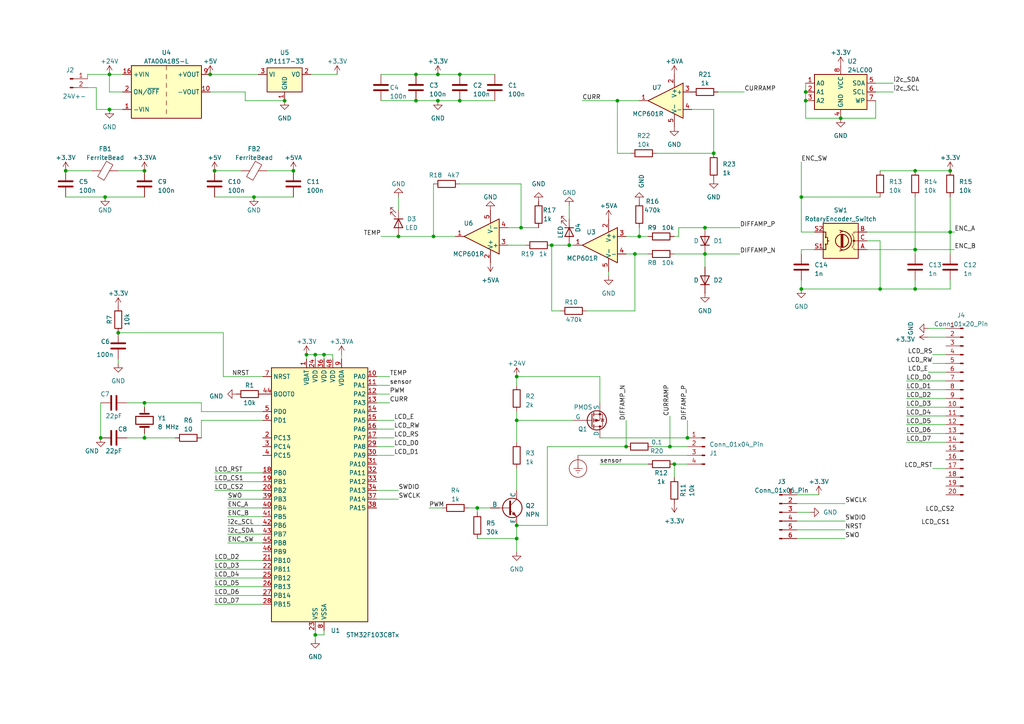
<source format=kicad_sch>
(kicad_sch (version 20230121) (generator eeschema)
  (paper "A4")
  (lib_symbols
    (symbol "Amplifier_Operational:MCP601R" (pin_names (offset 0.127))
      (property "Reference" "U" (at 0 5.08 0))
      (property "Value" "MCP601R" (at 0 -5.08 0))
      (symbol "MCP601R_0_1"
        (pin power_in line (at -2.54 7.62 270) (length 3.81) (name "V+") (number "2"))
        (pin power_in line (at -2.54 -7.62 90) (length 3.81) (name "V-") (number "5"))
      )
      (symbol "MCP601R_1_1"
        (pin output line (at 7.62 0 180) (length 2.54) (name "~") (number "1"))
        (pin input line (at -7.62 2.54 0) (length 2.54) (name "+") (number "3"))
        (pin input line (at -7.62 -2.54 0) (length 2.54) (name "-") (number "4"))
      )
    )
    (symbol "Connector:Conn_01x02_Pin" (pin_names (offset 1.016) hide)
      (property "Reference" "J" (at 0 2.54 0))
      (property "Value" "Conn_01x02_Pin" (at 0 -5.08 0))
      (symbol "Conn_01x02_Pin_1_1"
        (pin passive line (at 5.08 0 180) (length 3.81) (name "Pin_1") (number "1"))
        (pin passive line (at 5.08 -2.54 180) (length 3.81) (name "Pin_2") (number "2"))
      )
    )
    (symbol "Connector:Conn_01x04_Pin" (pin_names (offset 1.016) hide)
      (property "Reference" "J" (at 0 5.08 0))
      (property "Value" "Conn_01x04_Pin" (at 0 -7.62 0))
      (symbol "Conn_01x04_Pin_1_1"
        (pin passive line (at 5.08 2.54 180) (length 3.81) (name "Pin_1") (number "1"))
        (pin passive line (at 5.08 0 180) (length 3.81) (name "Pin_2") (number "2"))
        (pin passive line (at 5.08 -2.54 180) (length 3.81) (name "Pin_3") (number "3"))
        (pin passive line (at 5.08 -5.08 180) (length 3.81) (name "Pin_4") (number "4"))
      )
    )
    (symbol "Connector:Conn_01x06_Pin" (pin_names (offset 1.016) hide)
      (property "Reference" "J" (at 0 7.62 0))
      (property "Value" "Conn_01x06_Pin" (at 0 -10.16 0))
      (symbol "Conn_01x06_Pin_1_1"
        (pin passive line (at 5.08 5.08 180) (length 3.81) (name "Pin_1") (number "1"))
        (pin passive line (at 5.08 2.54 180) (length 3.81) (name "Pin_2") (number "2"))
        (pin passive line (at 5.08 0 180) (length 3.81) (name "Pin_3") (number "3"))
        (pin passive line (at 5.08 -2.54 180) (length 3.81) (name "Pin_4") (number "4"))
        (pin passive line (at 5.08 -5.08 180) (length 3.81) (name "Pin_5") (number "5"))
        (pin passive line (at 5.08 -7.62 180) (length 3.81) (name "Pin_6") (number "6"))
      )
    )
    (symbol "Connector:Conn_01x20_Pin" (pin_names (offset 1.016) hide)
      (property "Reference" "J" (at 0 25.4 0))
      (property "Value" "Conn_01x20_Pin" (at 0 -27.94 0))
      (symbol "Conn_01x20_Pin_1_1"
        (pin passive line (at 5.08 22.86 180) (length 3.81) (name "Pin_1") (number "1"))
        (pin passive line (at 5.08 0 180) (length 3.81) (name "Pin_10") (number "10"))
        (pin passive line (at 5.08 -2.54 180) (length 3.81) (name "Pin_11") (number "11"))
        (pin passive line (at 5.08 -5.08 180) (length 3.81) (name "Pin_12") (number "12"))
        (pin passive line (at 5.08 -7.62 180) (length 3.81) (name "Pin_13") (number "13"))
        (pin passive line (at 5.08 -10.16 180) (length 3.81) (name "Pin_14") (number "14"))
        (pin passive line (at 5.08 -12.7 180) (length 3.81) (name "Pin_15") (number "15"))
        (pin passive line (at 5.08 -15.24 180) (length 3.81) (name "Pin_16") (number "16"))
        (pin passive line (at 5.08 -17.78 180) (length 3.81) (name "Pin_17") (number "17"))
        (pin passive line (at 5.08 -20.32 180) (length 3.81) (name "Pin_18") (number "18"))
        (pin passive line (at 5.08 -22.86 180) (length 3.81) (name "Pin_19") (number "19"))
        (pin passive line (at 5.08 20.32 180) (length 3.81) (name "Pin_2") (number "2"))
        (pin passive line (at 5.08 -25.4 180) (length 3.81) (name "Pin_20") (number "20"))
        (pin passive line (at 5.08 17.78 180) (length 3.81) (name "Pin_3") (number "3"))
        (pin passive line (at 5.08 15.24 180) (length 3.81) (name "Pin_4") (number "4"))
        (pin passive line (at 5.08 12.7 180) (length 3.81) (name "Pin_5") (number "5"))
        (pin passive line (at 5.08 10.16 180) (length 3.81) (name "Pin_6") (number "6"))
        (pin passive line (at 5.08 7.62 180) (length 3.81) (name "Pin_7") (number "7"))
        (pin passive line (at 5.08 5.08 180) (length 3.81) (name "Pin_8") (number "8"))
        (pin passive line (at 5.08 2.54 180) (length 3.81) (name "Pin_9") (number "9"))
      )
    )
    (symbol "Converter_DCDC:ATA00A18S-L"
      (property "Reference" "U" (at 0 11.43 0))
      (property "Value" "ATA00A18S-L" (at 0 8.89 0))
      (symbol "ATA00A18S-L_1_1"
        (pin power_in line (at -12.7 -5.08 0) (length 2.54) (name "-VIN") (number "1"))
        (pin power_out line (at 12.7 0 180) (length 2.54) (name "-VOUT") (number "10"))
        (pin power_in line (at -12.7 5.08 0) (length 2.54) (name "+VIN") (number "16"))
        (pin input line (at -12.7 0 0) (length 2.54) (name "ON/~{OFF}") (number "2"))
        (pin no_connect line (at 10.16 -2.54 180) (length 2.54) hide (name "NC") (number "7"))
        (pin no_connect line (at 10.16 -5.08 180) (length 2.54) hide (name "NC") (number "8"))
        (pin power_out line (at 12.7 5.08 180) (length 2.54) (name "+VOUT") (number "9"))
      )
    )
    (symbol "Device:C" (pin_numbers hide) (pin_names (offset 0.254))
      (property "Reference" "C" (at 0.635 2.54 0))
      (property "Value" "C" (at 0.635 -2.54 0))
      (symbol "C_1_1"
        (pin passive line (at 0 3.81 270) (length 2.794) (name "~") (number "1"))
        (pin passive line (at 0 -3.81 90) (length 2.794) (name "~") (number "2"))
      )
    )
    (symbol "Device:Crystal" (pin_numbers hide) (pin_names (offset 1.016) hide)
      (property "Reference" "Y" (at 0 3.81 0))
      (property "Value" "Crystal" (at 0 -3.81 0))
      (symbol "Crystal_1_1"
        (pin passive line (at -3.81 0 0) (length 1.27) (name "1") (number "1"))
        (pin passive line (at 3.81 0 180) (length 1.27) (name "2") (number "2"))
      )
    )
    (symbol "Device:D" (pin_numbers hide) (pin_names (offset 1.016) hide)
      (property "Reference" "D" (at 0 2.54 0))
      (property "Value" "D" (at 0 -2.54 0))
      (symbol "D_1_1"
        (pin passive line (at -3.81 0 0) (length 2.54) (name "K") (number "1"))
        (pin passive line (at 3.81 0 180) (length 2.54) (name "A") (number "2"))
      )
    )
    (symbol "Device:FerriteBead" (pin_numbers hide) (pin_names (offset 0))
      (property "Reference" "FB" (at -3.81 0.635 90))
      (property "Value" "FerriteBead" (at 3.81 0 90))
      (symbol "FerriteBead_1_1"
        (pin passive line (at 0 3.81 270) (length 2.54) (name "~") (number "1"))
        (pin passive line (at 0 -3.81 90) (length 2.54) (name "~") (number "2"))
      )
    )
    (symbol "Device:LED" (pin_numbers hide) (pin_names (offset 1.016) hide)
      (property "Reference" "D" (at 0 2.54 0))
      (property "Value" "LED" (at 0 -2.54 0))
      (symbol "LED_1_1"
        (pin passive line (at -3.81 0 0) (length 2.54) (name "K") (number "1"))
        (pin passive line (at 3.81 0 180) (length 2.54) (name "A") (number "2"))
      )
    )
    (symbol "Device:R" (pin_numbers hide) (pin_names (offset 0))
      (property "Reference" "R" (at 2.032 0 90))
      (property "Value" "R" (at 0 0 90))
      (symbol "R_1_1"
        (pin passive line (at 0 3.81 270) (length 1.27) (name "~") (number "1"))
        (pin passive line (at 0 -3.81 90) (length 1.27) (name "~") (number "2"))
      )
    )
    (symbol "Device:RotaryEncoder_Switch" (pin_names (offset 0.254) hide)
      (property "Reference" "SW" (at 0 6.604 0))
      (property "Value" "RotaryEncoder_Switch" (at 0 -6.604 0))
      (symbol "RotaryEncoder_Switch_1_1"
        (pin passive line (at -7.62 2.54 0) (length 2.54) (name "A") (number "A"))
        (pin passive line (at -7.62 -2.54 0) (length 2.54) (name "B") (number "B"))
        (pin passive line (at -7.62 0 0) (length 2.54) (name "C") (number "C"))
        (pin passive line (at 7.62 2.54 180) (length 2.54) (name "S1") (number "S1"))
        (pin passive line (at 7.62 -2.54 180) (length 2.54) (name "S2") (number "S2"))
      )
    )
    (symbol "MCU_ST_STM32F1:STM32F103C8Tx"
      (property "Reference" "U" (at -12.7 39.37 0))
      (property "Value" "STM32F103C8Tx" (at 10.16 39.37 0))
      (symbol "STM32F103C8Tx_1_1"
        (pin power_in line (at -2.54 40.64 270) (length 2.54) (name "VBAT") (number "1"))
        (pin bidirectional line (at 17.78 35.56 180) (length 2.54) (name "PA0") (number "10"))
        (pin bidirectional line (at 17.78 33.02 180) (length 2.54) (name "PA1") (number "11"))
        (pin bidirectional line (at 17.78 30.48 180) (length 2.54) (name "PA2") (number "12"))
        (pin bidirectional line (at 17.78 27.94 180) (length 2.54) (name "PA3") (number "13"))
        (pin bidirectional line (at 17.78 25.4 180) (length 2.54) (name "PA4") (number "14"))
        (pin bidirectional line (at 17.78 22.86 180) (length 2.54) (name "PA5") (number "15"))
        (pin bidirectional line (at 17.78 20.32 180) (length 2.54) (name "PA6") (number "16"))
        (pin bidirectional line (at 17.78 17.78 180) (length 2.54) (name "PA7") (number "17"))
        (pin bidirectional line (at -15.24 7.62 0) (length 2.54) (name "PB0") (number "18"))
        (pin bidirectional line (at -15.24 5.08 0) (length 2.54) (name "PB1") (number "19"))
        (pin bidirectional line (at -15.24 17.78 0) (length 2.54) (name "PC13") (number "2"))
        (pin bidirectional line (at -15.24 2.54 0) (length 2.54) (name "PB2") (number "20"))
        (pin bidirectional line (at -15.24 -17.78 0) (length 2.54) (name "PB10") (number "21"))
        (pin bidirectional line (at -15.24 -20.32 0) (length 2.54) (name "PB11") (number "22"))
        (pin power_in line (at 0 -38.1 90) (length 2.54) (name "VSS") (number "23"))
        (pin power_in line (at 0 40.64 270) (length 2.54) (name "VDD") (number "24"))
        (pin bidirectional line (at -15.24 -22.86 0) (length 2.54) (name "PB12") (number "25"))
        (pin bidirectional line (at -15.24 -25.4 0) (length 2.54) (name "PB13") (number "26"))
        (pin bidirectional line (at -15.24 -27.94 0) (length 2.54) (name "PB14") (number "27"))
        (pin bidirectional line (at -15.24 -30.48 0) (length 2.54) (name "PB15") (number "28"))
        (pin bidirectional line (at 17.78 15.24 180) (length 2.54) (name "PA8") (number "29"))
        (pin bidirectional line (at -15.24 15.24 0) (length 2.54) (name "PC14") (number "3"))
        (pin bidirectional line (at 17.78 12.7 180) (length 2.54) (name "PA9") (number "30"))
        (pin bidirectional line (at 17.78 10.16 180) (length 2.54) (name "PA10") (number "31"))
        (pin bidirectional line (at 17.78 7.62 180) (length 2.54) (name "PA11") (number "32"))
        (pin bidirectional line (at 17.78 5.08 180) (length 2.54) (name "PA12") (number "33"))
        (pin bidirectional line (at 17.78 2.54 180) (length 2.54) (name "PA13") (number "34"))
        (pin passive line (at 0 -38.1 90) (length 2.54) hide (name "VSS") (number "35"))
        (pin power_in line (at 2.54 40.64 270) (length 2.54) (name "VDD") (number "36"))
        (pin bidirectional line (at 17.78 0 180) (length 2.54) (name "PA14") (number "37"))
        (pin bidirectional line (at 17.78 -2.54 180) (length 2.54) (name "PA15") (number "38"))
        (pin bidirectional line (at -15.24 0 0) (length 2.54) (name "PB3") (number "39"))
        (pin bidirectional line (at -15.24 12.7 0) (length 2.54) (name "PC15") (number "4"))
        (pin bidirectional line (at -15.24 -2.54 0) (length 2.54) (name "PB4") (number "40"))
        (pin bidirectional line (at -15.24 -5.08 0) (length 2.54) (name "PB5") (number "41"))
        (pin bidirectional line (at -15.24 -7.62 0) (length 2.54) (name "PB6") (number "42"))
        (pin bidirectional line (at -15.24 -10.16 0) (length 2.54) (name "PB7") (number "43"))
        (pin input line (at -15.24 30.48 0) (length 2.54) (name "BOOT0") (number "44"))
        (pin bidirectional line (at -15.24 -12.7 0) (length 2.54) (name "PB8") (number "45"))
        (pin bidirectional line (at -15.24 -15.24 0) (length 2.54) (name "PB9") (number "46"))
        (pin passive line (at 0 -38.1 90) (length 2.54) hide (name "VSS") (number "47"))
        (pin power_in line (at 5.08 40.64 270) (length 2.54) (name "VDD") (number "48"))
        (pin bidirectional line (at -15.24 25.4 0) (length 2.54) (name "PD0") (number "5"))
        (pin bidirectional line (at -15.24 22.86 0) (length 2.54) (name "PD1") (number "6"))
        (pin input line (at -15.24 35.56 0) (length 2.54) (name "NRST") (number "7"))
        (pin power_in line (at 2.54 -38.1 90) (length 2.54) (name "VSSA") (number "8"))
        (pin power_in line (at 7.62 40.64 270) (length 2.54) (name "VDDA") (number "9"))
      )
    )
    (symbol "Memory_EEPROM:24LC00"
      (property "Reference" "U" (at -6.35 6.35 0))
      (property "Value" "24LC00" (at 1.27 6.35 0))
      (symbol "24LC00_1_1"
        (pin input line (at -10.16 2.54 0) (length 2.54) (name "A0") (number "1"))
        (pin input line (at -10.16 0 0) (length 2.54) (name "A1") (number "2"))
        (pin input line (at -10.16 -2.54 0) (length 2.54) (name "A2") (number "3"))
        (pin power_in line (at 0 -7.62 90) (length 2.54) (name "GND") (number "4"))
        (pin bidirectional line (at 10.16 2.54 180) (length 2.54) (name "SDA") (number "5"))
        (pin input line (at 10.16 0 180) (length 2.54) (name "SCL") (number "6"))
        (pin input line (at 10.16 -2.54 180) (length 2.54) (name "WP") (number "7"))
        (pin power_in line (at 0 7.62 270) (length 2.54) (name "VCC") (number "8"))
      )
    )
    (symbol "Regulator_Linear:AP1117-33"
      (property "Reference" "U" (at -3.81 3.175 0))
      (property "Value" "AP1117-33" (at 0 3.175 0))
      (symbol "AP1117-33_1_1"
        (pin power_in line (at 0 -7.62 90) (length 2.54) (name "GND") (number "1"))
        (pin power_out line (at 7.62 0 180) (length 2.54) (name "VO") (number "2"))
        (pin power_in line (at -7.62 0 0) (length 2.54) (name "VI") (number "3"))
      )
    )
    (symbol "Simulation_SPICE:NPN" (pin_numbers hide) (pin_names (offset 0))
      (property "Reference" "Q" (at -2.54 7.62 0))
      (property "Value" "NPN" (at -2.54 5.08 0))
      (symbol "NPN_1_1"
        (pin open_collector line (at 2.54 5.08 270) (length 2.54) (name "C") (number "1"))
        (pin input line (at -5.08 0 0) (length 2.54) (name "B") (number "2"))
        (pin open_emitter line (at 2.54 -5.08 90) (length 2.54) (name "E") (number "3"))
      )
    )
    (symbol "Simulation_SPICE:PMOS" (pin_numbers hide) (pin_names (offset 0))
      (property "Reference" "Q" (at 5.08 1.27 0))
      (property "Value" "PMOS" (at 5.08 -1.27 0))
      (symbol "PMOS_1_1"
        (pin passive line (at 2.54 5.08 270) (length 2.54) (name "D") (number "1"))
        (pin input line (at -5.08 0 0) (length 2.54) (name "G") (number "2"))
        (pin passive line (at 2.54 -5.08 90) (length 2.54) (name "S") (number "3"))
      )
    )
    (symbol "power:+24V" (power) (pin_names (offset 0))
      (property "Value" "+24V" (at 0 3.556 0))
      (symbol "+24V_1_1"
        (pin power_in line (at 0 0 90) (length 0) hide (name "+24V") (number "1"))
      )
    )
    (symbol "power:+3.3V" (power) (pin_names (offset 0))
      (property "Value" "+3.3V" (at 0 3.556 0))
      (symbol "+3.3V_1_1"
        (pin power_in line (at 0 0 90) (length 0) hide (name "+3.3V") (number "1"))
      )
    )
    (symbol "power:+3.3VA" (power) (pin_names (offset 0))
      (property "Value" "+3.3VA" (at 0 3.556 0))
      (symbol "+3.3VA_1_1"
        (pin power_in line (at 0 0 90) (length 0) hide (name "+3.3VA") (number "1"))
      )
    )
    (symbol "power:+5V" (power) (pin_names (offset 0))
      (property "Value" "+5V" (at 0 3.556 0))
      (symbol "+5V_1_1"
        (pin power_in line (at 0 0 90) (length 0) hide (name "+5V") (number "1"))
      )
    )
    (symbol "power:+5VA" (power) (pin_names (offset 0))
      (property "Value" "+5VA" (at 0 3.556 0))
      (symbol "+5VA_1_1"
        (pin power_in line (at 0 0 90) (length 0) hide (name "+5VA") (number "1"))
      )
    )
    (symbol "power:Earth_Protective" (power) (pin_names (offset 0))
      (symbol "Earth_Protective_1_1"
        (pin power_in line (at 0 0 270) (length 0) hide (name "Earth_Protective") (number "1"))
      )
    )
    (symbol "power:GND" (power) (pin_names (offset 0))
      (property "Value" "GND" (at 0 -3.81 0))
      (symbol "GND_1_1"
        (pin power_in line (at 0 0 270) (length 0) hide (name "GND") (number "1"))
      )
    )
  )
  (junction (at 82.55 29.21))
  (junction (at 265.43 49.53))
  (junction (at 93.98 102.87))
  (junction (at 275.59 67.31))
  (junction (at 160.02 71.12))
  (junction (at 185.42 68.58))
  (junction (at 243.84 34.29))
  (junction (at 181.61 129.54))
  (junction (at 41.91 49.53))
  (junction (at 194.31 129.54))
  (junction (at 60.96 21.59))
  (junction (at 133.35 29.21))
  (junction (at 199.39 127))
  (junction (at 88.9 102.87))
  (junction (at 232.41 83.82))
  (junction (at 41.91 116.84))
  (junction (at 115.57 68.58))
  (junction (at 133.35 21.59))
  (junction (at 275.59 49.53))
  (junction (at 255.27 83.82))
  (junction (at 91.44 184.15))
  (junction (at 120.65 29.21))
  (junction (at 179.07 29.21))
  (junction (at 29.21 127))
  (junction (at 91.44 102.87))
  (junction (at 19.05 49.53))
  (junction (at 34.29 96.52))
  (junction (at 30.48 57.15))
  (junction (at 265.43 83.82))
  (junction (at 125.73 68.58))
  (junction (at 195.58 134.62))
  (junction (at 62.23 49.53))
  (junction (at 85.09 49.53))
  (junction (at 151.13 66.04))
  (junction (at 149.86 152.4))
  (junction (at 165.1 71.12))
  (junction (at 204.47 73.66))
  (junction (at 41.91 127))
  (junction (at 207.01 44.45))
  (junction (at 31.75 31.75))
  (junction (at 233.68 26.67))
  (junction (at 73.66 57.15))
  (junction (at 265.43 72.39))
  (junction (at 233.68 29.21))
  (junction (at 138.43 147.32))
  (junction (at 149.86 156.21))
  (junction (at 127 21.59))
  (junction (at 232.41 57.15))
  (junction (at 127 29.21))
  (junction (at 149.86 121.92))
  (junction (at 31.75 21.59))
  (junction (at 120.65 21.59))
  (junction (at 184.15 73.66))
  (junction (at 149.86 109.22))
  (junction (at 204.47 66.04))
  (wire (pts (xy 184.15 73.66) (xy 184.15 90.17)))
  (wire (pts (xy 93.98 102.87) (xy 96.52 102.87)))
  (wire (pts (xy 115.57 68.58) (xy 125.73 68.58)))
  (wire (pts (xy 58.42 121.92) (xy 58.42 127)))
  (wire (pts (xy 109.22 109.22) (xy 113.03 109.22)))
  (wire (pts (xy 91.44 184.15) (xy 91.44 182.88)))
  (wire (pts (xy 231.14 143.51) (xy 237.49 143.51)))
  (wire (pts (xy 36.83 116.84) (xy 41.91 116.84)))
  (wire (pts (xy 262.89 110.49) (xy 274.32 110.49)))
  (wire (pts (xy 270.51 105.41) (xy 274.32 105.41)))
  (wire (pts (xy 34.29 104.14) (xy 34.29 105.41)))
  (wire (pts (xy 19.05 49.53) (xy 26.67 49.53)))
  (wire (pts (xy 109.22 114.3) (xy 113.03 114.3)))
  (wire (pts (xy 232.41 83.82) (xy 255.27 83.82)))
  (wire (pts (xy 251.46 67.31) (xy 275.59 67.31)))
  (wire (pts (xy 233.68 34.29) (xy 243.84 34.29)))
  (wire (pts (xy 127 29.21) (xy 133.35 29.21)))
  (wire (pts (xy 64.77 109.22) (xy 76.2 109.22)))
  (wire (pts (xy 251.46 69.85) (xy 255.27 69.85)))
  (wire (pts (xy 62.23 57.15) (xy 73.66 57.15)))
  (wire (pts (xy 173.99 127) (xy 199.39 127)))
  (wire (pts (xy 58.42 121.92) (xy 76.2 121.92)))
  (wire (pts (xy 149.86 121.92) (xy 166.37 121.92)))
  (wire (pts (xy 34.29 49.53) (xy 41.91 49.53)))
  (wire (pts (xy 62.23 170.18) (xy 76.2 170.18)))
  (wire (pts (xy 91.44 102.87) (xy 91.44 104.14)))
  (wire (pts (xy 231.14 151.13) (xy 245.11 151.13)))
  (wire (pts (xy 149.86 152.4) (xy 158.75 152.4)))
  (wire (pts (xy 265.43 72.39) (xy 276.86 72.39)))
  (wire (pts (xy 184.15 73.66) (xy 187.96 73.66)))
  (wire (pts (xy 231.14 153.67) (xy 245.11 153.67)))
  (wire (pts (xy 120.65 29.21) (xy 127 29.21)))
  (wire (pts (xy 138.43 156.21) (xy 149.86 156.21)))
  (wire (pts (xy 66.04 154.94) (xy 76.2 154.94)))
  (wire (pts (xy 125.73 68.58) (xy 125.73 53.34)))
  (wire (pts (xy 149.86 156.21) (xy 149.86 160.02)))
  (wire (pts (xy 231.14 148.59) (xy 234.95 148.59)))
  (wire (pts (xy 232.41 72.39) (xy 232.41 73.66)))
  (wire (pts (xy 204.47 66.04) (xy 196.85 66.04)))
  (wire (pts (xy 162.56 90.17) (xy 160.02 90.17)))
  (wire (pts (xy 88.9 104.14) (xy 88.9 102.87)))
  (wire (pts (xy 25.4 25.4) (xy 27.94 25.4)))
  (wire (pts (xy 204.47 77.47) (xy 204.47 73.66)))
  (wire (pts (xy 195.58 134.62) (xy 199.39 134.62)))
  (wire (pts (xy 232.41 46.99) (xy 232.41 57.15)))
  (wire (pts (xy 138.43 147.32) (xy 142.24 147.32)))
  (wire (pts (xy 91.44 184.15) (xy 93.98 184.15)))
  (wire (pts (xy 41.91 125.73) (xy 41.91 127)))
  (wire (pts (xy 93.98 102.87) (xy 93.98 104.14)))
  (wire (pts (xy 255.27 83.82) (xy 265.43 83.82)))
  (wire (pts (xy 25.4 21.59) (xy 25.4 22.86)))
  (wire (pts (xy 194.31 129.54) (xy 199.39 129.54)))
  (wire (pts (xy 109.22 129.54) (xy 114.3 129.54)))
  (wire (pts (xy 62.23 139.7) (xy 76.2 139.7)))
  (wire (pts (xy 31.75 26.67) (xy 35.56 26.67)))
  (wire (pts (xy 109.22 121.92) (xy 114.3 121.92)))
  (wire (pts (xy 149.86 119.38) (xy 149.86 121.92)))
  (wire (pts (xy 151.13 66.04) (xy 156.21 66.04)))
  (wire (pts (xy 66.04 144.78) (xy 76.2 144.78)))
  (wire (pts (xy 133.35 53.34) (xy 151.13 53.34)))
  (wire (pts (xy 62.23 165.1) (xy 76.2 165.1)))
  (wire (pts (xy 109.22 132.08) (xy 114.3 132.08)))
  (wire (pts (xy 270.51 102.87) (xy 274.32 102.87)))
  (wire (pts (xy 181.61 121.92) (xy 181.61 129.54)))
  (wire (pts (xy 109.22 142.24) (xy 115.57 142.24)))
  (wire (pts (xy 96.52 102.87) (xy 96.52 104.14)))
  (wire (pts (xy 208.28 26.67) (xy 215.9 26.67)))
  (wire (pts (xy 233.68 29.21) (xy 233.68 34.29)))
  (wire (pts (xy 200.66 31.75) (xy 207.01 31.75)))
  (wire (pts (xy 262.89 115.57) (xy 274.32 115.57)))
  (wire (pts (xy 27.94 25.4) (xy 27.94 31.75)))
  (wire (pts (xy 189.23 129.54) (xy 194.31 129.54)))
  (wire (pts (xy 275.59 83.82) (xy 275.59 81.28)))
  (wire (pts (xy 173.99 116.84) (xy 173.99 109.22)))
  (wire (pts (xy 62.23 137.16) (xy 76.2 137.16)))
  (wire (pts (xy 190.5 44.45) (xy 207.01 44.45)))
  (wire (pts (xy 185.42 68.58) (xy 185.42 66.04)))
  (wire (pts (xy 27.94 31.75) (xy 31.75 31.75)))
  (wire (pts (xy 62.23 49.53) (xy 69.85 49.53)))
  (wire (pts (xy 265.43 57.15) (xy 265.43 72.39)))
  (wire (pts (xy 165.1 71.12) (xy 166.37 71.12)))
  (wire (pts (xy 254 29.21) (xy 254 34.29)))
  (wire (pts (xy 262.89 128.27) (xy 274.32 128.27)))
  (wire (pts (xy 160.02 90.17) (xy 160.02 71.12)))
  (wire (pts (xy 251.46 72.39) (xy 265.43 72.39)))
  (wire (pts (xy 31.75 21.59) (xy 31.75 26.67)))
  (wire (pts (xy 262.89 125.73) (xy 274.32 125.73)))
  (wire (pts (xy 236.22 72.39) (xy 232.41 72.39)))
  (wire (pts (xy 109.22 144.78) (xy 115.57 144.78)))
  (wire (pts (xy 275.59 67.31) (xy 275.59 73.66)))
  (wire (pts (xy 170.18 90.17) (xy 184.15 90.17)))
  (wire (pts (xy 207.01 44.45) (xy 207.01 31.75)))
  (wire (pts (xy 232.41 67.31) (xy 236.22 67.31)))
  (wire (pts (xy 133.35 21.59) (xy 143.51 21.59)))
  (wire (pts (xy 265.43 83.82) (xy 275.59 83.82)))
  (wire (pts (xy 133.35 29.21) (xy 143.51 29.21)))
  (wire (pts (xy 147.32 66.04) (xy 151.13 66.04)))
  (wire (pts (xy 73.66 57.15) (xy 85.09 57.15)))
  (wire (pts (xy 254 24.13) (xy 259.08 24.13)))
  (wire (pts (xy 254 26.67) (xy 259.08 26.67)))
  (wire (pts (xy 91.44 102.87) (xy 93.98 102.87)))
  (wire (pts (xy 135.89 147.32) (xy 138.43 147.32)))
  (wire (pts (xy 149.86 111.76) (xy 149.86 109.22)))
  (wire (pts (xy 275.59 67.31) (xy 276.86 67.31)))
  (wire (pts (xy 194.31 120.65) (xy 194.31 129.54)))
  (wire (pts (xy 64.77 96.52) (xy 64.77 109.22)))
  (wire (pts (xy 195.58 73.66) (xy 204.47 73.66)))
  (wire (pts (xy 109.22 111.76) (xy 113.03 111.76)))
  (wire (pts (xy 62.23 175.26) (xy 76.2 175.26)))
  (wire (pts (xy 35.56 21.59) (xy 31.75 21.59)))
  (wire (pts (xy 147.32 71.12) (xy 152.4 71.12)))
  (wire (pts (xy 71.12 29.21) (xy 82.55 29.21)))
  (wire (pts (xy 124.46 147.32) (xy 128.27 147.32)))
  (wire (pts (xy 110.49 21.59) (xy 120.65 21.59)))
  (wire (pts (xy 182.88 44.45) (xy 179.07 44.45)))
  (wire (pts (xy 255.27 69.85) (xy 255.27 83.82)))
  (wire (pts (xy 115.57 57.15) (xy 115.57 60.96)))
  (wire (pts (xy 62.23 172.72) (xy 76.2 172.72)))
  (wire (pts (xy 274.32 95.25) (xy 269.24 95.25)))
  (wire (pts (xy 185.42 68.58) (xy 187.96 68.58)))
  (wire (pts (xy 275.59 57.15) (xy 275.59 67.31)))
  (wire (pts (xy 66.04 149.86) (xy 76.2 149.86)))
  (wire (pts (xy 66.04 147.32) (xy 76.2 147.32)))
  (wire (pts (xy 270.51 135.89) (xy 274.32 135.89)))
  (wire (pts (xy 41.91 127) (xy 50.8 127)))
  (wire (pts (xy 97.79 21.59) (xy 90.17 21.59)))
  (wire (pts (xy 181.61 68.58) (xy 185.42 68.58)))
  (wire (pts (xy 41.91 116.84) (xy 58.42 116.84)))
  (wire (pts (xy 168.91 29.21) (xy 179.07 29.21)))
  (wire (pts (xy 66.04 152.4) (xy 76.2 152.4)))
  (wire (pts (xy 31.75 21.59) (xy 25.4 21.59)))
  (wire (pts (xy 176.53 80.01) (xy 176.53 78.74)))
  (wire (pts (xy 110.49 68.58) (xy 115.57 68.58)))
  (wire (pts (xy 165.1 59.69) (xy 165.1 63.5)))
  (wire (pts (xy 109.22 127) (xy 114.3 127)))
  (wire (pts (xy 179.07 44.45) (xy 179.07 29.21)))
  (wire (pts (xy 179.07 29.21) (xy 185.42 29.21)))
  (wire (pts (xy 93.98 184.15) (xy 93.98 182.88)))
  (wire (pts (xy 66.04 157.48) (xy 76.2 157.48)))
  (wire (pts (xy 125.73 68.58) (xy 132.08 68.58)))
  (wire (pts (xy 58.42 116.84) (xy 58.42 119.38)))
  (wire (pts (xy 149.86 135.89) (xy 149.86 142.24)))
  (wire (pts (xy 36.83 127) (xy 41.91 127)))
  (wire (pts (xy 30.48 57.15) (xy 41.91 57.15)))
  (wire (pts (xy 62.23 142.24) (xy 76.2 142.24)))
  (wire (pts (xy 60.96 26.67) (xy 71.12 26.67)))
  (wire (pts (xy 245.11 156.21) (xy 231.14 156.21)))
  (wire (pts (xy 196.85 66.04) (xy 196.85 68.58)))
  (wire (pts (xy 34.29 96.52) (xy 64.77 96.52)))
  (wire (pts (xy 110.49 29.21) (xy 120.65 29.21)))
  (wire (pts (xy 109.22 124.46) (xy 114.3 124.46)))
  (wire (pts (xy 269.24 97.79) (xy 274.32 97.79)))
  (wire (pts (xy 160.02 71.12) (xy 165.1 71.12)))
  (wire (pts (xy 232.41 81.28) (xy 232.41 83.82)))
  (wire (pts (xy 91.44 185.42) (xy 91.44 184.15)))
  (wire (pts (xy 255.27 49.53) (xy 265.43 49.53)))
  (wire (pts (xy 149.86 121.92) (xy 149.86 128.27)))
  (wire (pts (xy 233.68 24.13) (xy 233.68 26.67)))
  (wire (pts (xy 19.05 57.15) (xy 30.48 57.15)))
  (wire (pts (xy 31.75 31.75) (xy 35.56 31.75)))
  (wire (pts (xy 138.43 147.32) (xy 138.43 148.59)))
  (wire (pts (xy 151.13 66.04) (xy 151.13 53.34)))
  (wire (pts (xy 265.43 81.28) (xy 265.43 83.82)))
  (wire (pts (xy 109.22 116.84) (xy 113.03 116.84)))
  (wire (pts (xy 262.89 123.19) (xy 274.32 123.19)))
  (wire (pts (xy 204.47 73.66) (xy 214.63 73.66)))
  (wire (pts (xy 127 21.59) (xy 133.35 21.59)))
  (wire (pts (xy 254 34.29) (xy 243.84 34.29)))
  (wire (pts (xy 199.39 121.92) (xy 199.39 127)))
  (wire (pts (xy 196.85 68.58) (xy 195.58 68.58)))
  (wire (pts (xy 149.86 109.22) (xy 173.99 109.22)))
  (wire (pts (xy 204.47 66.04) (xy 214.63 66.04)))
  (wire (pts (xy 265.43 49.53) (xy 275.59 49.53)))
  (wire (pts (xy 60.96 21.59) (xy 74.93 21.59)))
  (wire (pts (xy 41.91 116.84) (xy 41.91 118.11)))
  (wire (pts (xy 262.89 120.65) (xy 274.32 120.65)))
  (wire (pts (xy 158.75 129.54) (xy 181.61 129.54)))
  (wire (pts (xy 77.47 49.53) (xy 85.09 49.53)))
  (wire (pts (xy 269.24 107.95) (xy 274.32 107.95)))
  (wire (pts (xy 58.42 119.38) (xy 76.2 119.38)))
  (wire (pts (xy 181.61 73.66) (xy 184.15 73.66)))
  (wire (pts (xy 167.64 132.08) (xy 199.39 132.08)))
  (wire (pts (xy 62.23 167.64) (xy 76.2 167.64)))
  (wire (pts (xy 231.14 146.05) (xy 245.11 146.05)))
  (wire (pts (xy 158.75 152.4) (xy 158.75 129.54)))
  (wire (pts (xy 149.86 152.4) (xy 149.86 156.21)))
  (wire (pts (xy 232.41 57.15) (xy 232.41 67.31)))
  (wire (pts (xy 232.41 57.15) (xy 255.27 57.15)))
  (wire (pts (xy 233.68 26.67) (xy 233.68 29.21)))
  (wire (pts (xy 262.89 113.03) (xy 274.32 113.03)))
  (wire (pts (xy 88.9 102.87) (xy 91.44 102.87)))
  (wire (pts (xy 173.99 134.62) (xy 187.96 134.62)))
  (wire (pts (xy 265.43 73.66) (xy 265.43 72.39)))
  (wire (pts (xy 120.65 21.59) (xy 127 21.59)))
  (wire (pts (xy 29.21 116.84) (xy 29.21 127)))
  (wire (pts (xy 262.89 118.11) (xy 274.32 118.11)))
  (wire (pts (xy 195.58 138.43) (xy 195.58 134.62)))
  (wire (pts (xy 71.12 26.67) (xy 71.12 29.21)))
  (wire (pts (xy 62.23 162.56) (xy 76.2 162.56)))
  (wire (pts (xy 99.06 102.87) (xy 99.06 104.14)))
  (label "ENC_SW" (at 66.04 157.48 0))
  (label "LCD_D1" (at 114.3 132.08 0))
  (label "ENC_A" (at 276.86 67.31 0))
  (label "LCD_D6" (at 262.89 125.73 0))
  (label "LCD_D6" (at 62.23 172.72 0))
  (label "CURRAMP" (at 215.9 26.67 0))
  (label "sensor" (at 113.03 111.76 0))
  (label "LCD_D2" (at 262.89 115.57 0))
  (label "CURRAMP" (at 194.31 120.65 90))
  (label "DIFFAMP_N" (at 181.61 121.92 90))
  (label "DIFFAMP_P" (at 199.39 121.92 90))
  (label "PWM" (at 124.46 147.32 0))
  (label "LCD_E" (at 114.3 121.92 0))
  (label "LCD_D3" (at 262.89 118.11 0))
  (label "LCD_D7" (at 62.23 175.26 0))
  (label "LCD_RST" (at 270.51 135.89 180))
  (label "LCD_D4" (at 62.23 167.64 0))
  (label "ENC_A" (at 66.04 147.32 0))
  (label "LCD_CS2" (at 62.23 142.24 0))
  (label "i2c_SDA" (at 259.08 24.13 0))
  (label "CURR" (at 113.03 116.84 0))
  (label "LCD_D4" (at 262.89 120.65 0))
  (label "LCD_CS2" (at 276.86 148.59 180))
  (label "LCD_CS1" (at 62.23 139.7 0))
  (label "LCD_D0" (at 262.89 110.49 0))
  (label "LCD_D1" (at 262.89 113.03 0))
  (label "sensor" (at 173.99 134.62 0))
  (label "TEMP" (at 113.03 109.22 0))
  (label "LCD_D3" (at 62.23 165.1 0))
  (label "TEMP" (at 110.49 68.58 180))
  (label "i2c_SDA" (at 66.04 154.94 0))
  (label "SWDIO" (at 245.11 151.13 0))
  (label "i2c_SCL" (at 259.08 26.67 0))
  (label "LCD_RS" (at 114.3 127 0))
  (label "LCD_RS" (at 270.51 102.87 180))
  (label "CURR" (at 168.91 29.21 0))
  (label "LCD_RW" (at 270.51 105.41 180))
  (label "ENC_B" (at 276.86 72.39 0))
  (label "SWCLK" (at 245.11 146.05 0))
  (label "SWO" (at 66.04 144.78 0))
  (label "LCD_D5" (at 62.23 170.18 0))
  (label "LCD_D2" (at 62.23 162.56 0))
  (label "LCD_RW" (at 114.3 124.46 0))
  (label "LCD_CS1" (at 275.59 152.4 180))
  (label "LCD_D0" (at 114.3 129.54 0))
  (label "LCD_D5" (at 262.89 123.19 0))
  (label "LCD_E" (at 269.24 107.95 180))
  (label "ENC_B" (at 66.04 149.86 0))
  (label "SWO" (at 245.11 156.21 0))
  (label "NRST" (at 67.31 109.22 0))
  (label "LCD_D7" (at 262.89 128.27 0))
  (label "DIFFAMP_N" (at 214.63 73.66 0))
  (label "DIFFAMP_P" (at 214.63 66.04 0))
  (label "SWCLK" (at 115.57 144.78 0))
  (label "LCD_RST" (at 62.23 137.16 0))
  (label "i2c_SCL" (at 66.04 152.4 0))
  (label "NRST" (at 245.11 153.67 0))
  (label "SWDIO" (at 115.57 142.24 0))
  (label "ENC_SW" (at 232.41 46.99 0))
  (label "PWM" (at 113.03 114.3 0))
  (symbol (lib_id "power:GND") (at 176.53 80.01 0) (unit 1)
    (property "Reference" "#PWR034" (effects hide))
    (property "Value" "GND" (at 176.53 85.09 0))
  )
  (symbol (lib_id "Device:R") (at 185.42 62.23 180) (unit 1)
    (property "Reference" "R16" (at 189.23 58.42 0))
    (property "Value" "470k" (at 189.23 60.96 0))
  )
  (symbol (lib_id "Device:R") (at 191.77 134.62 90) (unit 1)
    (property "Reference" "R12" (at 191.77 137.16 90))
    (property "Value" "1k" (at 191.77 139.7 90))
  )
  (symbol (lib_id "power:GND") (at 82.55 29.21 0) (unit 1)
    (property "Reference" "#PWR024" (effects hide))
    (property "Value" "GND" (at 82.55 34.29 0))
  )
  (symbol (lib_id "Amplifier_Operational:MCP601R") (at 173.99 71.12 0) (mirror y) (unit 1)
    (property "Reference" "U3" (at 171.45 67.31 0))
    (property "Value" "MCP601R" (at 168.91 74.93 0))
    (property "Footprint" "Package_TO_SOT_SMD:SOT-23-5" (effects hide))
    (property "Datasheet" "http://ww1.microchip.com/downloads/en/DeviceDoc/21314g.pdf" (effects hide))
  )
  (symbol (lib_id "Device:R") (at 72.39 114.3 90) (unit 1)
    (property "Reference" "R1" (at 72.39 111.76 90))
    (property "Value" "10k" (at 72.39 116.84 90))
  )
  (symbol (lib_id "power:+5V") (at 62.23 49.53 0) (unit 1)
    (property "Reference" "#PWR020" (effects hide))
    (property "Value" "+5V" (at 62.23 45.72 0))
  )
  (symbol (lib_id "Device:R") (at 265.43 53.34 0) (unit 1)
    (property "Reference" "R14" (at 267.97 52.705 0) (effects (justify left)))
    (property "Value" "10k" (at 267.97 55.245 0) (effects (justify left)))
  )
  (symbol (lib_id "Device:R") (at 204.47 26.67 90) (unit 1)
    (property "Reference" "R21" (at 204.47 21.59 90))
    (property "Value" "1k" (at 204.47 24.13 90))
  )
  (symbol (lib_id "Device:R") (at 129.54 53.34 90) (unit 1)
    (property "Reference" "R18" (at 128.27 50.8 90) (effects (justify left)))
    (property "Value" "4k7" (at 133.35 50.8 90) (effects (justify left)))
  )
  (symbol (lib_id "Device:R") (at 275.59 53.34 0) (unit 1)
    (property "Reference" "R15" (at 278.13 52.705 0) (effects (justify left)))
    (property "Value" "10k" (at 278.13 55.245 0) (effects (justify left)))
  )
  (symbol (lib_id "power:GND") (at 29.21 127 0) (unit 1)
    (property "Reference" "#PWR06" (effects hide))
    (property "Value" "GND" (at 26.67 130.81 0))
  )
  (symbol (lib_id "power:GND") (at 234.95 148.59 90) (unit 1)
    (property "Reference" "#PWR030" (effects hide))
    (property "Value" "GND" (at 238.76 148.59 90) (effects (justify right)))
  )
  (symbol (lib_id "power:GND") (at 68.58 114.3 270) (unit 1)
    (property "Reference" "#PWR012" (effects hide))
    (property "Value" "GND" (at 64.77 114.935 90) (effects (justify right)))
  )
  (symbol (lib_id "power:GND") (at 207.01 52.07 0) (unit 1)
    (property "Reference" "#PWR044" (effects hide))
    (property "Value" "GND" (at 207.01 57.15 0))
  )
  (symbol (lib_id "power:GND") (at 165.1 59.69 180) (unit 1)
    (property "Reference" "#PWR039" (effects hide))
    (property "Value" "GND" (at 165.1 55.88 0))
  )
  (symbol (lib_id "power:+3.3V") (at 88.9 102.87 0) (unit 1)
    (property "Reference" "#PWR07" (effects hide))
    (property "Value" "+3.3V" (at 88.9 99.06 0))
  )
  (symbol (lib_id "Connector:Conn_01x20_Pin") (at 279.4 118.11 0) (mirror y) (unit 1)
    (property "Reference" "J4" (at 278.765 91.44 0))
    (property "Value" "Conn_01x20_Pin" (at 278.765 93.98 0))
  )
  (symbol (lib_id "power:+5VA") (at 85.09 49.53 0) (unit 1)
    (property "Reference" "#PWR027" (effects hide))
    (property "Value" "+5VA" (at 85.09 45.72 0))
  )
  (symbol (lib_id "Amplifier_Operational:MCP601R") (at 193.04 29.21 0) (mirror y) (unit 1)
    (property "Reference" "U7" (at 190.5 25.4 0))
    (property "Value" "MCP601R" (at 187.96 33.02 0))
    (property "Footprint" "Package_TO_SOT_SMD:SOT-23-5" (effects hide))
    (property "Datasheet" "http://ww1.microchip.com/downloads/en/DeviceDoc/21314g.pdf" (effects hide))
  )
  (symbol (lib_id "MCU_ST_STM32F1:STM32F103C8Tx") (at 91.44 144.78 0) (unit 1)
    (property "Reference" "U1" (at 95.9359 182.88 0) (effects (justify left)))
    (property "Value" "STM32F103C8Tx" (at 100.33 184.15 0) (effects (justify left)))
    (property "Footprint" "Package_QFP:LQFP-48_7x7mm_P0.5mm" (effects hide))
    (property "Datasheet" "https://www.st.com/resource/en/datasheet/stm32f103c8.pdf" (effects hide))
  )
  (symbol (lib_id "Device:C") (at 19.05 53.34 0) (unit 1)
    (property "Reference" "C5" (at 22.86 52.705 0) (effects (justify left)))
    (property "Value" "100n" (at 22.86 55.245 0) (effects (justify left)))
  )
  (symbol (lib_id "power:+5VA") (at 142.24 76.2 180) (unit 1)
    (property "Reference" "#PWR041" (effects hide))
    (property "Value" "+5VA" (at 142.24 81.28 0))
  )
  (symbol (lib_id "power:GND") (at 142.24 60.96 180) (unit 1)
    (property "Reference" "#PWR040" (effects hide))
    (property "Value" "GND" (at 142.24 57.15 0))
  )
  (symbol (lib_id "Device:C") (at 133.35 25.4 0) (unit 1)
    (property "Reference" "C2" (at 137.16 24.765 0) (effects (justify left)))
    (property "Value" "100n" (at 137.16 27.305 0) (effects (justify left)))
  )
  (symbol (lib_id "Device:C") (at 62.23 53.34 0) (unit 1)
    (property "Reference" "C10" (at 66.04 52.705 0) (effects (justify left)))
    (property "Value" "100n" (at 66.04 55.245 0) (effects (justify left)))
  )
  (symbol (lib_id "Device:C") (at 232.41 77.47 0) (unit 1)
    (property "Reference" "C14" (at 236.22 76.835 0) (effects (justify left)))
    (property "Value" "1n" (at 236.22 79.375 0) (effects (justify left)))
  )
  (symbol (lib_id "Converter_DCDC:ATA00A18S-L") (at 48.26 26.67 0) (unit 1)
    (property "Reference" "U4" (at 48.26 15.24 0))
    (property "Value" "ATA00A18S-L" (at 48.26 17.78 0))
    (property "Footprint" "Converter_DCDC:Converter_DCDC_Artesyn_ATA_SMD" (effects hide))
    (property "Datasheet" "https://www.artesyn.com/power/assets/ata_series_ds_01apr2015_79c25814fd.pdf" (effects hide))
  )
  (symbol (lib_id "Device:R") (at 132.08 147.32 270) (unit 1)
    (property "Reference" "R4" (at 132.08 142.24 90))
    (property "Value" "1k" (at 132.08 144.78 90))
  )
  (symbol (lib_id "power:GND") (at 91.44 185.42 0) (unit 1)
    (property "Reference" "#PWR01" (effects hide))
    (property "Value" "GND" (at 91.44 190.5 0))
  )
  (symbol (lib_id "Simulation_SPICE:NPN") (at 147.32 147.32 0) (unit 1)
    (property "Reference" "Q2" (at 152.4 146.685 0) (effects (justify left)))
    (property "Value" "NPN" (at 152.4 149.225 0) (effects (justify left)))
    (property "Sim.Device" "NPN" (effects hide))
    (property "Sim.Type" "GUMMELPOON" (effects hide))
    (property "Sim.Pins" "1=C 2=B 3=E" (effects hide))
  )
  (symbol (lib_id "Device:C") (at 33.02 116.84 90) (unit 1)
    (property "Reference" "C7" (at 30.48 114.3 90))
    (property "Value" "22pF" (at 33.02 120.65 90))
  )
  (symbol (lib_id "power:GND") (at 30.48 57.15 0) (unit 1)
    (property "Reference" "#PWR011" (effects hide))
    (property "Value" "GND" (at 30.48 60.96 0))
  )
  (symbol (lib_id "power:+3.3V") (at 97.79 21.59 0) (unit 1)
    (property "Reference" "#PWR026" (effects hide))
    (property "Value" "+3.3V" (at 97.79 17.78 0))
  )
  (symbol (lib_id "power:+3.3V") (at 243.84 19.05 0) (unit 1)
    (property "Reference" "#PWR014" (effects hide))
    (property "Value" "+3.3V" (at 243.84 15.24 0))
  )
  (symbol (lib_id "Device:LED") (at 115.57 64.77 270) (unit 1)
    (property "Reference" "D3" (at 119.38 63.5 90))
    (property "Value" "LED" (at 119.38 66.04 90))
  )
  (symbol (lib_id "Device:R") (at 149.86 132.08 0) (unit 1)
    (property "Reference" "R3" (at 152.4 131.445 0) (effects (justify left)))
    (property "Value" "1k" (at 152.4 133.985 0) (effects (justify left)))
  )
  (symbol (lib_id "power:GND") (at 73.66 57.15 0) (unit 1)
    (property "Reference" "#PWR025" (effects hide))
    (property "Value" "GND" (at 73.66 60.96 0))
  )
  (symbol (lib_id "power:GND") (at 204.47 85.09 0) (unit 1)
    (property "Reference" "#PWR036" (effects hide))
    (property "Value" "GND" (at 204.47 90.17 0))
  )
  (symbol (lib_id "power:+3.3V") (at 269.24 97.79 90) (unit 1)
    (property "Reference" "#PWR033" (effects hide))
    (property "Value" "+3.3V" (at 265.43 98.425 90) (effects (justify left)))
  )
  (symbol (lib_id "Connector:Conn_01x04_Pin") (at 204.47 129.54 0) (mirror y) (unit 1)
    (property "Reference" "J1" (at 205.74 131.445 0) (effects (justify right)))
    (property "Value" "Conn_01x04_Pin" (at 205.74 128.905 0) (effects (justify right)))
  )
  (symbol (lib_id "power:+3.3V") (at 34.29 88.9 0) (unit 1)
    (property "Reference" "#PWR05" (effects hide))
    (property "Value" "+3.3V" (at 34.29 85.09 0))
  )
  (symbol (lib_id "Device:RotaryEncoder_Switch") (at 243.84 69.85 180) (unit 1)
    (property "Reference" "SW1" (at 243.84 60.96 0))
    (property "Value" "RotaryEncoder_Switch" (at 243.84 63.5 0))
  )
  (symbol (lib_id "Device:R") (at 149.86 115.57 0) (unit 1)
    (property "Reference" "R2" (at 152.4 114.935 0) (effects (justify left)))
    (property "Value" "2k" (at 152.4 117.475 0) (effects (justify left)))
  )
  (symbol (lib_id "Device:FerriteBead") (at 73.66 49.53 270) (unit 1)
    (property "Reference" "FB2" (at 73.7108 43.18 90))
    (property "Value" "FerriteBead" (at 73.7108 45.72 90))
  )
  (symbol (lib_id "Device:R") (at 54.61 127 90) (unit 1)
    (property "Reference" "R6" (at 54.61 121.92 90))
    (property "Value" "10" (at 54.61 124.46 90))
  )
  (symbol (lib_id "Device:C") (at 33.02 127 90) (unit 1)
    (property "Reference" "C8" (at 35.56 124.46 90))
    (property "Value" "22pF" (at 33.02 130.81 90))
  )
  (symbol (lib_id "Device:R") (at 156.21 71.12 90) (unit 1)
    (property "Reference" "R19" (at 154.94 73.66 90) (effects (justify left)))
    (property "Value" "1k" (at 158.75 73.66 90) (effects (justify left)))
  )
  (symbol (lib_id "Memory_EEPROM:24LC00") (at 243.84 26.67 0) (unit 1)
    (property "Reference" "U2" (at 245.7959 17.78 0) (effects (justify left)))
    (property "Value" "24LC00" (at 245.7959 20.32 0) (effects (justify left)))
    (property "Datasheet" "http://ww1.microchip.com/downloads/en/DeviceDoc/21178G.pdf" (effects hide))
  )
  (symbol (lib_id "Device:R") (at 166.37 90.17 270) (unit 1)
    (property "Reference" "R10" (at 167.64 87.63 90) (effects (justify right)))
    (property "Value" "470k" (at 168.91 92.71 90) (effects (justify right)))
  )
  (symbol (lib_id "power:+3.3V") (at 275.59 49.53 0) (unit 1)
    (property "Reference" "#PWR028" (effects hide))
    (property "Value" "+3.3V" (at 275.59 45.72 0))
  )
  (symbol (lib_id "Device:R") (at 191.77 73.66 90) (unit 1)
    (property "Reference" "R8" (at 190.5 76.2 90) (effects (justify left)))
    (property "Value" "10k" (at 195.58 76.2 90) (effects (justify left)))
  )
  (symbol (lib_id "Device:R") (at 207.01 48.26 0) (unit 1)
    (property "Reference" "R23" (at 209.55 47.625 0) (effects (justify left)))
    (property "Value" "1k" (at 209.55 50.165 0) (effects (justify left)))
  )
  (symbol (lib_id "Simulation_SPICE:PMOS") (at 171.45 121.92 0) (mirror x) (unit 1)
    (property "Reference" "Q1" (at 167.64 124.46 0) (effects (justify left)))
    (property "Value" "PMOS" (at 166.37 118.11 0) (effects (justify left)))
    (property "Datasheet" "https://ngspice.sourceforge.io/docs/ngspice-manual.pdf" (effects hide))
    (property "Sim.Device" "PMOS" (effects hide))
    (property "Sim.Type" "VDMOS" (effects hide))
    (property "Sim.Pins" "1=D 2=G 3=S" (effects hide))
  )
  (symbol (lib_id "Device:LED") (at 165.1 67.31 270) (unit 1)
    (property "Reference" "D4" (at 167.64 66.04 0))
    (property "Value" "LED" (at 162.56 67.31 0))
  )
  (symbol (lib_id "power:GND") (at 34.29 105.41 0) (unit 1)
    (property "Reference" "#PWR04" (effects hide))
    (property "Value" "GND" (at 34.29 110.49 0))
  )
  (symbol (lib_id "Amplifier_Operational:MCP601R") (at 139.7 68.58 180) (unit 1)
    (property "Reference" "U6" (at 135.89 64.77 0))
    (property "Value" "MCP601R" (at 135.89 73.66 0))
    (property "Footprint" "Package_TO_SOT_SMD:SOT-23-5" (effects hide))
    (property "Datasheet" "http://ww1.microchip.com/downloads/en/DeviceDoc/21314g.pdf" (effects hide))
  )
  (symbol (lib_id "Device:C") (at 143.51 25.4 0) (unit 1)
    (property "Reference" "C1" (at 147.32 24.765 0) (effects (justify left)))
    (property "Value" "100n" (at 147.32 27.305 0) (effects (justify left)))
  )
  (symbol (lib_id "Device:C") (at 265.43 77.47 0) (unit 1)
    (property "Reference" "C13" (at 269.24 76.835 0) (effects (justify left)))
    (property "Value" "1n" (at 269.24 79.375 0) (effects (justify left)))
  )
  (symbol (lib_id "power:+24V") (at 31.75 21.59 0) (unit 1)
    (property "Reference" "#PWR023" (effects hide))
    (property "Value" "+24V" (at 31.75 17.78 0))
  )
  (symbol (lib_id "power:GND") (at 149.86 160.02 0) (unit 1)
    (property "Reference" "#PWR016" (effects hide))
    (property "Value" "GND" (at 149.86 165.1 0))
  )
  (symbol (lib_id "Device:C") (at 85.09 53.34 0) (unit 1)
    (property "Reference" "C11" (at 88.9 52.705 0) (effects (justify left)))
    (property "Value" "100n" (at 88.9 55.245 0) (effects (justify left)))
  )
  (symbol (lib_id "Device:D") (at 204.47 81.28 90) (unit 1)
    (property "Reference" "D2" (at 208.28 81.28 90))
    (property "Value" "D" (at 201.93 81.28 90))
    (property "Sim.Device" "D" (effects hide))
    (property "Sim.Pins" "1=K 2=A" (effects hide))
  )
  (symbol (lib_id "power:GND") (at 269.24 95.25 270) (unit 1)
    (property "Reference" "#PWR032" (effects hide))
    (property "Value" "GND" (at 264.16 95.25 0))
  )
  (symbol (lib_id "power:Earth_Protective") (at 167.64 132.08 0) (unit 1)
    (property "Reference" "#PWR018" (effects hide))
    (property "Value" "Earth_Protective" (effects hide))
  )
  (symbol (lib_id "power:+3.3V") (at 237.49 143.51 0) (unit 1)
    (property "Reference" "#PWR031" (effects hide))
    (property "Value" "+3.3V" (at 237.49 139.7 0))
  )
  (symbol (lib_id "power:GND") (at 31.75 31.75 0) (unit 1)
    (property "Reference" "#PWR022" (effects hide))
    (property "Value" "GND" (at 31.75 36.83 0))
  )
  (symbol (lib_id "Device:C") (at 110.49 25.4 0) (unit 1)
    (property "Reference" "C4" (at 113.03 25.4 0) (effects (justify left)))
    (property "Value" "100n" (at 113.03 27.94 0) (effects (justify left)))
  )
  (symbol (lib_id "Regulator_Linear:AP1117-33") (at 82.55 21.59 0) (unit 1)
    (property "Reference" "U5" (at 82.55 15.24 0))
    (property "Value" "AP1117-33" (at 82.55 17.78 0))
    (property "Footprint" "Package_TO_SOT_SMD:SOT-223-3_TabPin2" (effects hide))
    (property "Datasheet" "http://www.diodes.com/datasheets/AP1117.pdf" (effects hide))
  )
  (symbol (lib_id "Device:Crystal") (at 41.91 121.92 90) (unit 1)
    (property "Reference" "Y1" (at 45.72 121.285 90) (effects (justify right)))
    (property "Value" "8 MHz" (at 45.72 123.825 90) (effects (justify right)))
  )
  (symbol (lib_id "power:+24V") (at 149.86 109.22 0) (unit 1)
    (property "Reference" "#PWR015" (effects hide))
    (property "Value" "+24V" (at 149.86 105.41 0))
  )
  (symbol (lib_id "Device:R") (at 138.43 152.4 0) (unit 1)
    (property "Reference" "R5" (at 140.97 151.765 0) (effects (justify left)))
    (property "Value" "30k" (at 140.97 154.305 0) (effects (justify left)))
  )
  (symbol (lib_id "Device:R") (at 156.21 62.23 180) (unit 1)
    (property "Reference" "R17" (at 161.29 60.96 0) (effects (justify left)))
    (property "Value" "1k" (at 160.02 63.5 0) (effects (justify left)))
  )
  (symbol (lib_id "Device:C") (at 34.29 100.33 0) (unit 1)
    (property "Reference" "C6" (at 29.21 99.06 0) (effects (justify left)))
    (property "Value" "100n" (at 27.94 102.87 0) (effects (justify left)))
  )
  (symbol (lib_id "power:+5VA") (at 176.53 63.5 0) (unit 1)
    (property "Reference" "#PWR017" (effects hide))
    (property "Value" "+5VA" (at 176.53 59.69 0))
  )
  (symbol (lib_id "power:GND") (at 127 29.21 0) (unit 1)
    (property "Reference" "#PWR03" (effects hide))
    (property "Value" "GND" (at 127 34.29 0))
  )
  (symbol (lib_id "power:GND") (at 232.41 83.82 0) (unit 1)
    (property "Reference" "#PWR029" (effects hide))
    (property "Value" "GND" (at 232.41 88.9 0))
  )
  (symbol (lib_id "power:GND") (at 243.84 34.29 0) (unit 1)
    (property "Reference" "#PWR013" (effects hide))
    (property "Value" "GND" (at 243.84 39.37 0))
  )
  (symbol (lib_id "Device:R") (at 34.29 92.71 180) (unit 1)
    (property "Reference" "R7" (at 31.75 92.71 90))
    (property "Value" "10k" (at 36.83 92.71 90))
  )
  (symbol (lib_id "power:+5VA") (at 195.58 21.59 0) (unit 1)
    (property "Reference" "#PWR043" (effects hide))
    (property "Value" "+5VA" (at 195.58 17.78 0))
  )
  (symbol (lib_id "Device:R") (at 255.27 53.34 0) (unit 1)
    (property "Reference" "R13" (at 257.81 52.705 0) (effects (justify left)))
    (property "Value" "10k" (at 257.81 55.245 0) (effects (justify left)))
  )
  (symbol (lib_id "power:GND") (at 195.58 36.83 0) (unit 1)
    (property "Reference" "#PWR042" (effects hide))
    (property "Value" "GND" (at 195.58 41.91 0))
  )
  (symbol (lib_id "Device:C") (at 41.91 53.34 0) (unit 1)
    (property "Reference" "C9" (at 45.72 52.705 0) (effects (justify left)))
    (property "Value" "100n" (at 45.72 55.245 0) (effects (justify left)))
  )
  (symbol (lib_id "power:+3.3V") (at 19.05 49.53 0) (unit 1)
    (property "Reference" "#PWR010" (effects hide))
    (property "Value" "+3.3V" (at 19.05 45.72 0))
  )
  (symbol (lib_id "Connector:Conn_01x06_Pin") (at 226.06 148.59 0) (unit 1)
    (property "Reference" "J3" (at 226.695 139.7 0))
    (property "Value" "Conn_01x06_Pin" (at 226.695 142.24 0))
  )
  (symbol (lib_id "power:GND") (at 185.42 58.42 180) (unit 1)
    (property "Reference" "#PWR035" (effects hide))
    (property "Value" "GND" (at 186.055 54.61 90) (effects (justify right)))
  )
  (symbol (lib_id "power:GND") (at 156.21 58.42 180) (unit 1)
    (property "Reference" "#PWR038" (effects hide))
    (property "Value" "GND" (at 156.21 53.34 0))
  )
  (symbol (lib_id "Device:FerriteBead") (at 30.48 49.53 270) (unit 1)
    (property "Reference" "FB1" (at 30.5308 43.18 90))
    (property "Value" "FerriteBead" (at 30.5308 45.72 90))
  )
  (symbol (lib_id "power:+3.3V") (at 127 21.59 0) (unit 1)
    (property "Reference" "#PWR02" (effects hide))
    (property "Value" "+3.3V" (at 127 17.78 0))
  )
  (symbol (lib_id "Device:C") (at 275.59 77.47 0) (unit 1)
    (property "Reference" "C12" (at 279.4 76.835 0) (effects (justify left)))
    (property "Value" "1n" (at 279.4 79.375 0) (effects (justify left)))
  )
  (symbol (lib_id "Device:D") (at 204.47 69.85 90) (unit 1)
    (property "Reference" "D1" (at 208.28 69.85 90))
    (property "Value" "D" (at 201.93 69.85 90))
    (property "Sim.Device" "D" (effects hide))
    (property "Sim.Pins" "1=K 2=A" (effects hide))
  )
  (symbol (lib_id "power:GND") (at 115.57 57.15 180) (unit 1)
    (property "Reference" "#PWR037" (effects hide))
    (property "Value" "GND" (at 115.57 53.34 0))
  )
  (symbol (lib_id "Device:C") (at 120.65 25.4 0) (unit 1)
    (property "Reference" "C3" (at 124.46 24.765 0) (effects (justify left)))
    (property "Value" "100n" (at 124.46 27.305 0) (effects (justify left)))
  )
  (symbol (lib_id "Connector:Conn_01x02_Pin") (at 20.32 22.86 0) (unit 1)
    (property "Reference" "J2" (at 20.32 20.32 0))
    (property "Value" "24V+-" (at 21.59 27.94 0))
  )
  (symbol (lib_id "Device:R") (at 191.77 68.58 90) (mirror x) (unit 1)
    (property "Reference" "R9" (at 190.5 66.04 90) (effects (justify left)))
    (property "Value" "10k" (at 195.58 66.04 90) (effects (justify left)))
  )
  (symbol (lib_id "Device:R") (at 195.58 142.24 0) (unit 1)
    (property "Reference" "R11" (at 198.12 142.24 90))
    (property "Value" "10k" (at 200.66 142.24 90))
  )
  (symbol (lib_id "Device:R") (at 186.69 44.45 270) (unit 1)
    (property "Reference" "R22" (at 186.69 39.37 90))
    (property "Value" "10k" (at 186.69 41.91 90))
  )
  (symbol (lib_id "power:+3.3VA") (at 99.06 102.87 0) (unit 1)
    (property "Reference" "#PWR08" (effects hide))
    (property "Value" "+3.3VA" (at 99.06 99.06 0))
  )
  (symbol (lib_id "power:+3.3V") (at 195.58 146.05 180) (unit 1)
    (property "Reference" "#PWR019" (effects hide))
    (property "Value" "+3.3V" (at 195.58 151.13 0))
  )
  (symbol (lib_id "power:+5V") (at 60.96 21.59 0) (unit 1)
    (property "Reference" "#PWR021" (effects hide))
    (property "Value" "+5V" (at 60.96 17.78 0))
  )
  (symbol (lib_id "Device:R") (at 185.42 129.54 90) (unit 1)
    (property "Reference" "R20" (at 190.5 130.81 90))
    (property "Value" "0.1" (at 190.5 128.27 90))
  )
  (symbol (lib_id "power:+3.3VA") (at 41.91 49.53 0) (unit 1)
    (property "Reference" "#PWR09" (effects hide))
    (property "Value" "+3.3VA" (at 41.91 45.72 0))
  )
)
</source>
